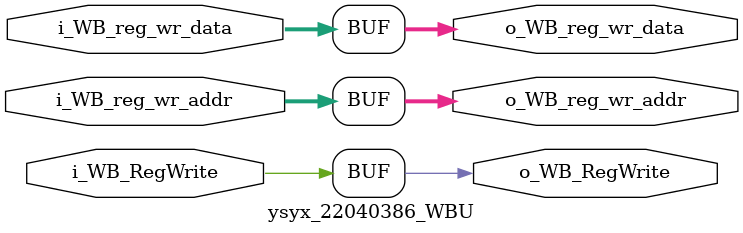
<source format=v>
module ysyx_22040386_WBU (
    input wire [63:0] i_WB_reg_wr_data,
    input wire i_WB_RegWrite,
    input wire [4:0] i_WB_reg_wr_addr,

    output wire [63:0] o_WB_reg_wr_data,
    output wire o_WB_RegWrite,
    output wire [4:0] o_WB_reg_wr_addr
);

assign o_WB_reg_wr_data = i_WB_reg_wr_data;
assign o_WB_RegWrite = i_WB_RegWrite;
assign o_WB_reg_wr_addr = i_WB_reg_wr_addr;

endmodule

</source>
